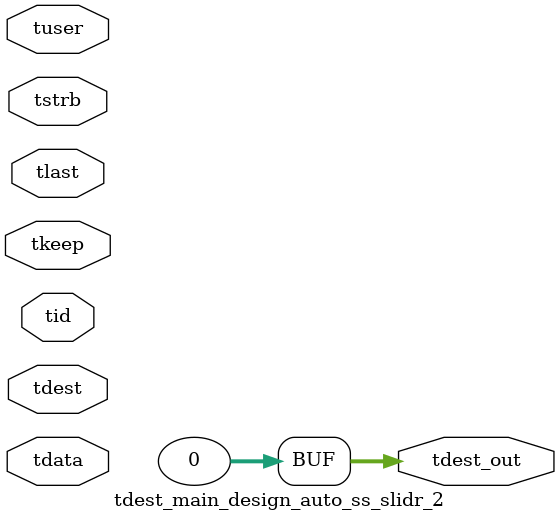
<source format=v>


`timescale 1ps/1ps

module tdest_main_design_auto_ss_slidr_2 #
(
parameter C_S_AXIS_TDATA_WIDTH = 32,
parameter C_S_AXIS_TUSER_WIDTH = 0,
parameter C_S_AXIS_TID_WIDTH   = 0,
parameter C_S_AXIS_TDEST_WIDTH = 0,
parameter C_M_AXIS_TDEST_WIDTH = 32
)
(
input  [(C_S_AXIS_TDATA_WIDTH == 0 ? 1 : C_S_AXIS_TDATA_WIDTH)-1:0     ] tdata,
input  [(C_S_AXIS_TUSER_WIDTH == 0 ? 1 : C_S_AXIS_TUSER_WIDTH)-1:0     ] tuser,
input  [(C_S_AXIS_TID_WIDTH   == 0 ? 1 : C_S_AXIS_TID_WIDTH)-1:0       ] tid,
input  [(C_S_AXIS_TDEST_WIDTH == 0 ? 1 : C_S_AXIS_TDEST_WIDTH)-1:0     ] tdest,
input  [(C_S_AXIS_TDATA_WIDTH/8)-1:0 ] tkeep,
input  [(C_S_AXIS_TDATA_WIDTH/8)-1:0 ] tstrb,
input                                                                    tlast,
output [C_M_AXIS_TDEST_WIDTH-1:0] tdest_out
);

assign tdest_out = {1'b0};

endmodule


</source>
